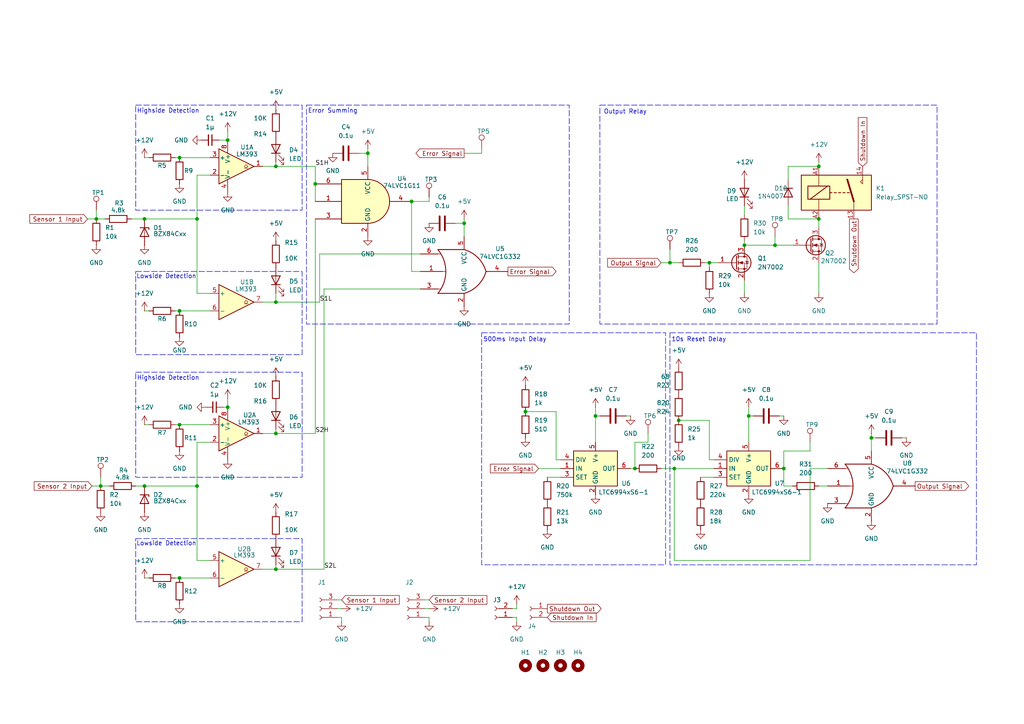
<source format=kicad_sch>
(kicad_sch (version 20250114) (generator "eeschema") (generator_version "9.0")
  (paper "A4")
  (title_block (title "BSPD ") (rev "v1.1") (company "York Formula Student"))
  (lib_symbols
    (symbol "!LJC:L78M"
      (property "Reference" "U" (at 4.318 9.652 0))
      (property "Value" "L78M05CDT" (at 5.334 7.366 0))
      (symbol "L78M_1_1"
        (pin power_in line (at -2.54 3.81 0) (length 2.54) (name "VI") (number "1"))
        (pin power_in line (at 5.08 -3.81 90) (length 2.54) (name "GND") (number "2"))
        (pin power_out line (at 12.7 3.81 180) (length 2.54) (name "VO") (number "3"))
      )
    )
    (symbol "74xGxx:74LVC1G11"
      (property "Reference" "U" (at -5.08 10.16 0))
      (property "Value" "74LVC1G11" (at 7.62 -10.16 0))
      (symbol "74LVC1G11_1_1"
        (pin input line (at -15.24 5.08 0) (length 7.62) (name "~") (number "6"))
        (pin input line (at -15.24 0 0) (length 7.62) (name "~") (number "1"))
        (pin input line (at -15.24 -5.08 0) (length 7.62) (name "~") (number "3"))
        (pin power_in line (at 0 10.16 270) (length 3.81) (name "VCC") (number "5"))
        (pin power_in line (at 0 -10.16 90) (length 3.81) (name "GND") (number "2"))
        (pin output line (at 12.7 0 180) (length 6.35) (name "~") (number "4"))
      )
    )
    (symbol "74xGxx:74LVC1G332"
      (property "Reference" "U" (at -7.112 7.366 0))
      (property "Value" "74LVC1G332" (at 6.096 -7.62 0))
      (symbol "74LVC1G332_1_1"
        (pin input line (at -12.7 5.08 0) (length 5.08) (name "~") (number "6"))
        (pin input line (at -12.7 0 0) (length 6.35) (name "~") (number "1"))
        (pin input line (at -12.7 -5.08 0) (length 5.08) (name "~") (number "3"))
        (pin power_in line (at 0 10.16 270) (length 3.81) (name "VCC") (number "5"))
        (pin power_in line (at 0 -10.16 90) (length 3.81) (name "GND") (number "2"))
        (pin output line (at 12.7 0 180) (length 6.35) (name "~") (number "4"))
      )
    )
    (symbol "Comparator:LM393" (pin_names (offset 0.127))
      (property "Reference" "U" (at 3.81 3.81 0))
      (property "Value" "LM393" (at 6.35 -3.81 0))
      (symbol "LM393_1_1"
        (pin input line (at -7.62 2.54 0) (length 2.54) (name "+") (number "3"))
        (pin input line (at -7.62 -2.54 0) (length 2.54) (name "-") (number "2"))
        (pin open_collector line (at 7.62 0 180) (length 2.54) (name "~") (number "1"))
      )
      (symbol "LM393_2_1"
        (pin input line (at -7.62 2.54 0) (length 2.54) (name "+") (number "5"))
        (pin input line (at -7.62 -2.54 0) (length 2.54) (name "-") (number "6"))
        (pin open_collector line (at 7.62 0 180) (length 2.54) (name "~") (number "7"))
      )
      (symbol "LM393_3_1"
        (pin power_in line (at -2.54 7.62 270) (length 3.81) (name "V+") (number "8"))
        (pin power_in line (at -2.54 -7.62 90) (length 3.81) (name "V-") (number "4"))
      )
    )
    (symbol "Connector:Conn_01x02_Socket" (pin_names (offset 1.016) (hide yes))
      (property "Reference" "J" (at 0 2.54 0))
      (property "Value" "Conn_01x02_Socket" (at 0 -5.08 0))
      (symbol "Conn_01x02_Socket_1_1"
        (pin passive line (at -5.08 0 0) (length 3.81) (name "Pin_1") (number "1"))
        (pin passive line (at -5.08 -2.54 0) (length 3.81) (name "Pin_2") (number "2"))
      )
    )
    (symbol "Connector:Conn_01x03_Socket" (pin_names (offset 1.016) (hide yes))
      (property "Reference" "J" (at 0 5.08 0))
      (property "Value" "Conn_01x03_Socket" (at 0 -5.08 0))
      (symbol "Conn_01x03_Socket_1_1"
        (pin passive line (at -5.08 2.54 0) (length 3.81) (name "Pin_1") (number "1"))
        (pin passive line (at -5.08 0 0) (length 3.81) (name "Pin_2") (number "2"))
        (pin passive line (at -5.08 -2.54 0) (length 3.81) (name "Pin_3") (number "3"))
      )
    )
    (symbol "Connector:TestPoint" (pin_numbers (hide yes)) (pin_names (offset 0.762) (hide yes))
      (property "Reference" "TP" (at 0 6.858 0))
      (property "Value" "TestPoint" (at 0 5.08 0))
      (symbol "TestPoint_1_1"
        (pin passive line (at 0 0 90) (length 2.54) (name "1") (number "1"))
      )
    )
    (symbol "Device:C" (pin_numbers (hide yes)) (pin_names (offset 0.254))
      (property "Reference" "C" (at 0.635 2.54 0))
      (property "Value" "C" (at 0.635 -2.54 0))
      (symbol "C_1_1"
        (pin passive line (at 0 3.81 270) (length 2.794) (name "~") (number "1"))
        (pin passive line (at 0 -3.81 90) (length 2.794) (name "~") (number "2"))
      )
    )
    (symbol "Device:C_Polarized_Small" (pin_numbers (hide yes)) (pin_names (offset 0.254) (hide yes))
      (property "Reference" "C" (at 0.254 1.778 0))
      (property "Value" "C_Polarized_Small" (at 0.254 -2.032 0))
      (symbol "C_Polarized_Small_1_1"
        (pin passive line (at 0 2.54 270) (length 1.8542) (name "~") (number "1"))
        (pin passive line (at 0 -2.54 90) (length 1.8542) (name "~") (number "2"))
      )
    )
    (symbol "Device:C_Small" (pin_numbers (hide yes)) (pin_names (offset 0.254) (hide yes))
      (property "Reference" "C" (at 0.254 1.778 0))
      (property "Value" "C_Small" (at 0.254 -2.032 0))
      (symbol "C_Small_1_1"
        (pin passive line (at 0 2.54 270) (length 2.032) (name "~") (number "1"))
        (pin passive line (at 0 -2.54 90) (length 2.032) (name "~") (number "2"))
      )
    )
    (symbol "Device:LED" (pin_numbers (hide yes)) (pin_names (offset 1.016) (hide yes))
      (property "Reference" "D" (at 0 2.54 0))
      (property "Value" "LED" (at 0 -2.54 0))
      (symbol "LED_1_1"
        (pin passive line (at -3.81 0 0) (length 2.54) (name "K") (number "1"))
        (pin passive line (at 3.81 0 180) (length 2.54) (name "A") (number "2"))
      )
    )
    (symbol "Device:LED_Small" (pin_numbers (hide yes)) (pin_names (offset 0.254) (hide yes))
      (property "Reference" "D" (at -1.27 3.175 0))
      (property "Value" "LED_Small" (at -4.445 -2.54 0))
      (symbol "LED_Small_1_1"
        (pin passive line (at -2.54 0 0) (length 1.778) (name "K") (number "1"))
        (pin passive line (at 2.54 0 180) (length 1.778) (name "A") (number "2"))
      )
    )
    (symbol "Device:Polyfuse" (pin_numbers (hide yes)) (pin_names (offset 0))
      (property "Reference" "F" (at -2.54 0 90))
      (property "Value" "Polyfuse" (at 2.54 0 90))
      (symbol "Polyfuse_1_1"
        (pin passive line (at 0 3.81 270) (length 1.27) (name "~") (number "1"))
        (pin passive line (at 0 -3.81 90) (length 1.27) (name "~") (number "2"))
      )
    )
    (symbol "Device:R" (pin_numbers (hide yes)) (pin_names (offset 0))
      (property "Reference" "R" (at 2.032 0 90))
      (property "Value" "R" (at 0 0 90))
      (symbol "R_1_1"
        (pin passive line (at 0 3.81 270) (length 1.27) (name "~") (number "1"))
        (pin passive line (at 0 -3.81 90) (length 1.27) (name "~") (number "2"))
      )
    )
    (symbol "Device:R_Small" (pin_numbers (hide yes)) (pin_names (offset 0.254) (hide yes))
      (property "Reference" "R" (at 0.762 0.508 0))
      (property "Value" "R_Small" (at 0.762 -1.016 0))
      (symbol "R_Small_1_1"
        (pin passive line (at 0 2.54 270) (length 0.762) (name "~") (number "1"))
        (pin passive line (at 0 -2.54 90) (length 0.762) (name "~") (number "2"))
      )
    )
    (symbol "Diode:1N4007" (pin_numbers (hide yes)) (pin_names (hide yes))
      (property "Reference" "D" (at 0 2.54 0))
      (property "Value" "1N4007" (at 0 -2.54 0))
      (symbol "1N4007_1_1"
        (pin passive line (at -3.81 0 0) (length 2.54) (name "K") (number "1"))
        (pin passive line (at 3.81 0 180) (length 2.54) (name "A") (number "2"))
      )
    )
    (symbol "Diode:BZX84Cxx" (pin_numbers (hide yes)) (pin_names (hide yes))
      (property "Reference" "D" (at 0 3.81 0))
      (property "Value" "BZX84Cxx" (at 0 -3.81 0))
      (symbol "BZX84Cxx_1_1"
        (pin passive line (at -3.81 0 0) (length 2.54) (name "K") (number "3"))
        (pin no_connect line (at 1.27 0 180) (length 2.54) (hide yes) (name "NC") (number "2"))
        (pin passive line (at 3.81 0 180) (length 2.54) (name "A") (number "1"))
      )
    )
    (symbol "Diode:SS34" (pin_numbers (hide yes)) (pin_names (offset 1.016) (hide yes))
      (property "Reference" "D" (at 0 2.54 0))
      (property "Value" "SS34" (at 0 -2.54 0))
      (symbol "SS34_1_1"
        (pin passive line (at -3.81 0 0) (length 2.54) (name "K") (number "1"))
        (pin passive line (at 3.81 0 180) (length 2.54) (name "A") (number "2"))
      )
    )
    (symbol "Mechanical:MountingHole" (pin_names (offset 1.016)) (exclude_from_sim yes) (in_bom no)
      (property "Reference" "H" (at 0 5.08 0))
      (property "Value" "MountingHole" (at 0 3.175 0))
    )
    (symbol "Relay:Relay_SPST-NO"
      (property "Reference" "K" (at 11.43 3.81 0))
      (property "Value" "Relay_SPST-NO" (at 11.43 1.27 0))
      (symbol "Relay_SPST-NO_1_1"
        (pin passive line (at -5.08 7.62 270) (length 2.54) (name "~") (number "A1"))
        (pin passive line (at -5.08 -7.62 90) (length 2.54) (name "~") (number "A2"))
        (pin passive line (at 5.08 -7.62 90) (length 2.54) (name "~") (number "13"))
        (pin passive line (at 7.62 7.62 270) (length 2.54) (name "~") (number "14"))
      )
    )
    (symbol "Timer:LTC6994xS6-1"
      (property "Reference" "U" (at -6.35 6.35 0))
      (property "Value" "LTC6994xS6-1" (at 7.62 6.35 0))
      (symbol "LTC6994xS6-1_1_1"
        (pin input line (at -10.16 2.54 0) (length 3.81) (name "DIV") (number "4"))
        (pin input line (at -10.16 0 0) (length 3.81) (name "IN") (number "1"))
        (pin passive line (at -10.16 -2.54 0) (length 3.81) (name "SET") (number "3"))
        (pin power_in line (at 0 7.62 270) (length 2.54) (name "V+") (number "5"))
        (pin power_in line (at 0 -7.62 90) (length 2.54) (name "GND") (number "2"))
        (pin output line (at 10.16 0 180) (length 3.81) (name "OUT") (number "6"))
      )
    )
    (symbol "Transistor_FET:2N7002" (pin_names (hide yes))
      (property "Reference" "Q" (at 5.08 1.905 0))
      (property "Value" "2N7002" (at 5.08 0 0))
      (symbol "2N7002_1_1"
        (pin input line (at -5.08 0 0) (length 2.54) (name "G") (number "1"))
        (pin passive line (at 2.54 5.08 270) (length 2.54) (name "D") (number "3"))
        (pin passive line (at 2.54 -5.08 90) (length 2.54) (name "S") (number "2"))
      )
    )
    (symbol "power:+12V" (power) (pin_numbers (hide yes)) (pin_names (offset 0) (hide yes))
      (property "Value" "+12V" (at 0 3.556 0))
      (symbol "+12V_1_1"
        (pin power_in line (at 0 0 90) (length 0) (name "~") (number "1"))
      )
    )
    (symbol "power:+5V" (power) (pin_numbers (hide yes)) (pin_names (offset 0) (hide yes))
      (property "Value" "+5V" (at 0 3.556 0))
      (symbol "+5V_1_1"
        (pin power_in line (at 0 0 90) (length 0) (name "~") (number "1"))
      )
    )
    (symbol "power:GND" (power) (pin_numbers (hide yes)) (pin_names (offset 0) (hide yes))
      (property "Value" "GND" (at 0 -3.81 0))
      (symbol "GND_1_1"
        (pin power_in line (at 0 0 270) (length 0) (name "~") (number "1"))
      )
    )
    (symbol "power:PWR_FLAG" (power) (pin_numbers (hide yes)) (pin_names (offset 0) (hide yes))
      (property "Value" "PWR_FLAG" (at 0 3.81 0))
      (symbol "PWR_FLAG_0_0"
        (pin power_out line (at 0 0 90) (length 0) (name "~") (number "1"))
      )
    )
  )
  (rectangle (start 194.31 96.52) (end 283.21 163.83) (stroke (width 0) (type dash)))
  (rectangle (start 173.99 30.48) (end 271.78 93.98) (stroke (width 0) (type dash)))
  (rectangle (start 39.37 78.74) (end 87.63 102.87) (stroke (width 0) (type dash)))
  (rectangle (start 88.9 30.48) (end 165.1 93.98) (stroke (width 0) (type dash)))
  (rectangle (start 53.086 219.71) (end 129.54 257.81))
  (rectangle (start 39.37 107.95) (end 87.63 138.43) (stroke (width 0) (type dash)))
  (rectangle (start 139.7 96.52) (end 193.04 163.83) (stroke (width 0) (type dash)))
  (rectangle (start 39.37 30.48) (end 87.63 60.96) (stroke (width 0) (type dash)))
  (rectangle (start 39.37 156.21) (end 87.63 180.34) (stroke (width 0) (type dash)))
  (text "Highside Detection" (at 48.768 32.258 0) (effects (font (size 1.27 1.27))))
  (text "500ms Input Delay" (at 149.352 98.552 0) (effects (font (size 1.27 1.27))))
  (text "Error Summing" (at 96.52 32.258 0) (effects (font (size 1.27 1.27))))
  (text "Power Supply" (at 62.738 217.678 0) (effects (font (size 2 2))))
  (text "Lowside Detection" (at 48.26 80.264 0) (effects (font (size 1.27 1.27))))
  (text "Lowside Detection" (at 48.26 157.734 0) (effects (font (size 1.27 1.27))))
  (text "Highside Detection" (at 48.768 109.728 0) (effects (font (size 1.27 1.27))))
  (text "10s Reset Delay" (at 202.692 98.552 0) (effects (font (size 1.27 1.27))))
  (text "Output Relay" (at 181.356 32.512 0) (effects (font (size 1.27 1.27))))
  (junction (at 80.01 125.73))
  (junction (at 52.07 167.64))
  (junction (at 66.04 118.11))
  (junction (at 172.72 120.65))
  (junction (at 196.85 121.92))
  (junction (at 194.31 76.2))
  (junction (at 80.01 48.26))
  (junction (at 80.01 165.1))
  (junction (at 52.07 90.17))
  (junction (at 237.49 63.5))
  (junction (at 205.74 76.2))
  (junction (at 52.07 123.19))
  (junction (at 52.07 45.72))
  (junction (at 29.21 140.97))
  (junction (at 237.49 48.26))
  (junction (at 134.62 64.77))
  (junction (at 80.01 87.63))
  (junction (at 120.65 233.68))
  (junction (at 152.4 119.38))
  (junction (at 215.9 71.12))
  (junction (at 41.91 63.5))
  (junction (at 224.79 71.12))
  (junction (at 62.23 233.68))
  (junction (at 27.94 63.5))
  (junction (at 57.15 63.5))
  (junction (at 184.15 135.89))
  (junction (at 119.38 58.42))
  (junction (at 252.73 127))
  (junction (at 57.15 140.97))
  (junction (at 66.04 40.64))
  (junction (at 217.17 120.65))
  (junction (at 92.71 233.68))
  (junction (at 41.91 140.97))
  (junction (at 91.44 53.34))
  (junction (at 106.68 44.45))
  (junction (at 195.58 135.89))
  (junction (at 227.33 135.89))
  (wire (pts (xy 162.56 133.35) (xy 161.29 133.35)))
  (wire (pts (xy 237.49 140.97) (xy 240.03 140.97)))
  (wire (pts (xy 41.91 123.19) (xy 43.18 123.19)))
  (wire (pts (xy 240.03 135.89) (xy 234.95 135.89)))
  (wire (pts (xy 57.15 128.27) (xy 60.96 128.27)))
  (wire (pts (xy 148.59 179.07) (xy 149.86 179.07)))
  (wire (pts (xy 215.9 71.12) (xy 224.79 71.12)))
  (wire (pts (xy 92.71 242.57) (xy 92.71 245.11)))
  (wire (pts (xy 99.06 176.53) (xy 97.79 176.53)))
  (wire (pts (xy 39.37 140.97) (xy 41.91 140.97)))
  (wire (pts (xy 27.94 63.5) (xy 30.48 63.5)))
  (wire (pts (xy 191.77 135.89) (xy 195.58 135.89)))
  (wire (pts (xy 80.01 85.09) (xy 80.01 87.63)))
  (wire (pts (xy 80.01 165.1) (xy 93.98 165.1)))
  (wire (pts (xy 156.21 135.89) (xy 162.56 135.89)))
  (wire (pts (xy 62.23 233.68) (xy 66.04 233.68)))
  (wire (pts (xy 119.38 78.74) (xy 121.92 78.74)))
  (wire (pts (xy 119.38 58.42) (xy 119.38 78.74)))
  (wire (pts (xy 41.91 140.97) (xy 57.15 140.97)))
  (wire (pts (xy 99.06 179.07) (xy 99.06 180.34)))
  (wire (pts (xy 172.72 120.65) (xy 172.72 128.27)))
  (wire (pts (xy 52.07 123.19) (xy 60.96 123.19)))
  (wire (pts (xy 41.91 167.64) (xy 43.18 167.64)))
  (wire (pts (xy 63.5 40.64) (xy 66.04 40.64)))
  (wire (pts (xy 106.68 43.18) (xy 106.68 44.45)))
  (wire (pts (xy 120.65 233.68) (xy 125.73 233.68)))
  (wire (pts (xy 25.4 63.5) (xy 27.94 63.5)))
  (wire (pts (xy 139.7 44.45) (xy 139.7 43.18)))
  (wire (pts (xy 152.4 119.38) (xy 161.29 119.38)))
  (wire (pts (xy 252.73 127) (xy 252.73 130.81)))
  (wire (pts (xy 57.15 85.09) (xy 60.96 85.09)))
  (wire (pts (xy 80.01 87.63) (xy 92.71 87.63)))
  (wire (pts (xy 234.95 128.27) (xy 234.95 130.81)))
  (wire (pts (xy 196.85 76.2) (xy 194.31 76.2)))
  (wire (pts (xy 234.95 130.81) (xy 227.33 130.81)))
  (wire (pts (xy 217.17 120.65) (xy 217.17 128.27)))
  (wire (pts (xy 227.33 130.81) (xy 227.33 135.89)))
  (wire (pts (xy 182.88 135.89) (xy 184.15 135.89)))
  (wire (pts (xy 62.23 241.3) (xy 62.23 240.03)))
  (wire (pts (xy 234.95 162.56) (xy 195.58 162.56)))
  (wire (pts (xy 120.65 242.57) (xy 120.65 245.11)))
  (wire (pts (xy 161.29 133.35) (xy 161.29 119.38)))
  (wire (pts (xy 93.98 83.82) (xy 121.92 83.82)))
  (wire (pts (xy 195.58 135.89) (xy 207.01 135.89)))
  (wire (pts (xy 93.98 83.82) (xy 93.98 165.1)))
  (wire (pts (xy 218.44 120.65) (xy 217.17 120.65)))
  (wire (pts (xy 158.75 138.43) (xy 162.56 138.43)))
  (wire (pts (xy 57.15 140.97) (xy 57.15 162.56)))
  (wire (pts (xy 124.46 176.53) (xy 123.19 176.53)))
  (wire (pts (xy 148.59 176.53) (xy 149.86 176.53)))
  (wire (pts (xy 195.58 162.56) (xy 195.58 135.89)))
  (wire (pts (xy 62.23 247.65) (xy 62.23 246.38)))
  (wire (pts (xy 205.74 133.35) (xy 207.01 133.35)))
  (wire (pts (xy 184.15 128.27) (xy 184.15 135.89)))
  (wire (pts (xy 52.07 167.64) (xy 60.96 167.64)))
  (wire (pts (xy 50.8 123.19) (xy 52.07 123.19)))
  (wire (pts (xy 57.15 162.56) (xy 60.96 162.56)))
  (wire (pts (xy 228.6 48.26) (xy 228.6 52.07)))
  (wire (pts (xy 106.68 241.3) (xy 106.68 243.84)))
  (wire (pts (xy 57.15 50.8) (xy 57.15 63.5)))
  (wire (pts (xy 194.31 76.2) (xy 191.77 76.2)))
  (wire (pts (xy 92.71 73.66) (xy 92.71 87.63)))
  (wire (pts (xy 80.01 48.26) (xy 91.44 48.26)))
  (wire (pts (xy 123.19 173.99) (xy 124.46 173.99)))
  (wire (pts (xy 196.85 121.92) (xy 205.74 121.92)))
  (wire (pts (xy 252.73 127) (xy 254 127)))
  (wire (pts (xy 62.23 234.95) (xy 62.23 233.68)))
  (wire (pts (xy 41.91 90.17) (xy 43.18 90.17)))
  (wire (pts (xy 261.62 127) (xy 262.89 127)))
  (wire (pts (xy 187.96 128.27) (xy 184.15 128.27)))
  (wire (pts (xy 134.62 44.45) (xy 139.7 44.45)))
  (wire (pts (xy 173.99 120.65) (xy 172.72 120.65)))
  (wire (pts (xy 237.49 46.99) (xy 237.49 48.26)))
  (wire (pts (xy 106.68 44.45) (xy 106.68 48.26)))
  (wire (pts (xy 124.46 57.15) (xy 124.46 58.42)))
  (wire (pts (xy 104.14 44.45) (xy 106.68 44.45)))
  (wire (pts (xy 205.74 76.2) (xy 208.28 76.2)))
  (wire (pts (xy 228.6 59.69) (xy 228.6 63.5)))
  (wire (pts (xy 228.6 48.26) (xy 237.49 48.26)))
  (wire (pts (xy 76.2 87.63) (xy 80.01 87.63)))
  (wire (pts (xy 80.01 124.46) (xy 80.01 125.73)))
  (wire (pts (xy 194.31 72.39) (xy 194.31 76.2)))
  (wire (pts (xy 234.95 135.89) (xy 234.95 162.56)))
  (wire (pts (xy 57.15 63.5) (xy 57.15 85.09)))
  (wire (pts (xy 76.2 165.1) (xy 80.01 165.1)))
  (wire (pts (xy 215.9 59.69) (xy 215.9 62.23)))
  (wire (pts (xy 27.94 60.96) (xy 27.94 63.5)))
  (wire (pts (xy 97.79 173.99) (xy 99.06 173.99)))
  (wire (pts (xy 29.21 140.97) (xy 31.75 140.97)))
  (wire (pts (xy 114.3 233.68) (xy 120.65 233.68)))
  (wire (pts (xy 50.8 90.17) (xy 52.07 90.17)))
  (wire (pts (xy 224.79 71.12) (xy 229.87 71.12)))
  (wire (pts (xy 38.1 63.5) (xy 41.91 63.5)))
  (wire (pts (xy 120.65 231.14) (xy 120.65 233.68)))
  (wire (pts (xy 252.73 125.73) (xy 252.73 127)))
  (wire (pts (xy 205.74 133.35) (xy 205.74 121.92)))
  (wire (pts (xy 26.67 140.97) (xy 29.21 140.97)))
  (wire (pts (xy 57.15 128.27) (xy 57.15 140.97)))
  (wire (pts (xy 73.66 233.68) (xy 80.01 233.68)))
  (wire (pts (xy 124.46 58.42) (xy 119.38 58.42)))
  (wire (pts (xy 76.2 125.73) (xy 80.01 125.73)))
  (wire (pts (xy 91.44 53.34) (xy 91.44 58.42)))
  (wire (pts (xy 97.79 179.07) (xy 99.06 179.07)))
  (wire (pts (xy 66.04 115.57) (xy 66.04 118.11)))
  (wire (pts (xy 224.79 68.58) (xy 224.79 71.12)))
  (wire (pts (xy 237.49 63.5) (xy 237.49 66.04)))
  (wire (pts (xy 52.07 90.17) (xy 60.96 90.17)))
  (wire (pts (xy 172.72 118.11) (xy 172.72 120.65)))
  (wire (pts (xy 62.23 231.14) (xy 62.23 233.68)))
  (wire (pts (xy 80.01 163.83) (xy 80.01 165.1)))
  (wire (pts (xy 226.06 120.65) (xy 227.33 120.65)))
  (wire (pts (xy 41.91 63.5) (xy 57.15 63.5)))
  (wire (pts (xy 205.74 77.47) (xy 205.74 76.2)))
  (wire (pts (xy 92.71 233.68) (xy 92.71 237.49)))
  (wire (pts (xy 132.08 64.77) (xy 134.62 64.77)))
  (wire (pts (xy 52.07 45.72) (xy 60.96 45.72)))
  (wire (pts (xy 187.96 125.73) (xy 187.96 128.27)))
  (wire (pts (xy 227.33 140.97) (xy 227.33 135.89)))
  (wire (pts (xy 124.46 179.07) (xy 124.46 180.34)))
  (wire (pts (xy 50.8 45.72) (xy 52.07 45.72)))
  (wire (pts (xy 41.91 45.72) (xy 43.18 45.72)))
  (wire (pts (xy 50.8 167.64) (xy 52.07 167.64)))
  (wire (pts (xy 66.04 38.1) (xy 66.04 40.64)))
  (wire (pts (xy 149.86 176.53) (xy 149.86 175.26)))
  (wire (pts (xy 121.92 73.66) (xy 92.71 73.66)))
  (wire (pts (xy 228.6 63.5) (xy 237.49 63.5)))
  (wire (pts (xy 80.01 46.99) (xy 80.01 48.26)))
  (wire (pts (xy 181.61 120.65) (xy 182.88 120.65)))
  (wire (pts (xy 29.21 138.43) (xy 29.21 140.97)))
  (wire (pts (xy 237.49 85.09) (xy 237.49 76.2)))
  (wire (pts (xy 120.65 237.49) (xy 120.65 233.68)))
  (wire (pts (xy 203.2 138.43) (xy 207.01 138.43)))
  (wire (pts (xy 215.9 69.85) (xy 215.9 71.12)))
  (wire (pts (xy 204.47 76.2) (xy 205.74 76.2)))
  (wire (pts (xy 92.71 231.14) (xy 92.71 233.68)))
  (wire (pts (xy 91.44 48.26) (xy 91.44 53.34)))
  (wire (pts (xy 217.17 118.11) (xy 217.17 120.65)))
  (wire (pts (xy 123.19 179.07) (xy 124.46 179.07)))
  (wire (pts (xy 215.9 85.09) (xy 215.9 81.28)))
  (wire (pts (xy 76.2 48.26) (xy 80.01 48.26)))
  (wire (pts (xy 92.71 233.68) (xy 99.06 233.68)))
  (wire (pts (xy 91.44 125.73) (xy 91.44 63.5)))
  (wire (pts (xy 80.01 125.73) (xy 91.44 125.73)))
  (wire (pts (xy 64.77 118.11) (xy 66.04 118.11)))
  (wire (pts (xy 57.15 50.8) (xy 60.96 50.8)))
  (wire (pts (xy 227.33 140.97) (xy 229.87 140.97)))
  (wire (pts (xy 87.63 233.68) (xy 92.71 233.68)))
  (wire (pts (xy 134.62 63.5) (xy 134.62 64.77)))
  (wire (pts (xy 134.62 64.77) (xy 134.62 68.58)))
  (wire (pts (xy 149.86 179.07) (xy 149.86 180.34)))
  (label "S2H" (at 91.44 125.73 0))
  (label "S1L" (at 92.71 87.63 0))
  (label "S1H" (at 91.44 48.26 0))
  (label "S2L" (at 93.98 165.1 0))
  (global_label "Error Signal" (shape output) (at 134.62 44.45 180) (property "Intersheetrefs" "${INTERSHEET_REFS}" (effects (hide yes))))
  (global_label "Shutdown Out" (shape output) (at 247.65 63.5 270) (property "Intersheetrefs" "${INTERSHEET_REFS}" (effects (hide yes))))
  (global_label "Sensor 2 Input" (shape input) (at 124.46 173.99 0) (property "Intersheetrefs" "${INTERSHEET_REFS}" (effects (hide yes))))
  (global_label "Error Signal" (shape output) (at 147.32 78.74 0) (property "Intersheetrefs" "${INTERSHEET_REFS}" (effects (hide yes))))
  (global_label "Sensor 1 Input" (shape input) (at 25.4 63.5 180) (property "Intersheetrefs" "${INTERSHEET_REFS}" (effects (hide yes))))
  (global_label "Output Signal" (shape output) (at 265.43 140.97 0) (property "Intersheetrefs" "${INTERSHEET_REFS}" (effects (hide yes))))
  (global_label "Shutdown In" (shape input) (at 250.19 48.26 90) (property "Intersheetrefs" "${INTERSHEET_REFS}" (effects (hide yes))))
  (global_label "Error Signal" (shape input) (at 156.21 135.89 180) (property "Intersheetrefs" "${INTERSHEET_REFS}" (effects (hide yes))))
  (global_label "Shutdown Out" (shape output) (at 158.75 176.53 0) (property "Intersheetrefs" "${INTERSHEET_REFS}" (effects (hide yes))))
  (global_label "Output Signal" (shape input) (at 191.77 76.2 180) (property "Intersheetrefs" "${INTERSHEET_REFS}" (effects (hide yes))))
  (global_label "Sensor 2 Input" (shape input) (at 26.67 140.97 180) (property "Intersheetrefs" "${INTERSHEET_REFS}" (effects (hide yes))))
  (global_label "Sensor 1 Input" (shape input) (at 99.06 173.99 0) (property "Intersheetrefs" "${INTERSHEET_REFS}" (effects (hide yes))))
  (global_label "Shutdown In" (shape input) (at 158.75 179.07 0) (property "Intersheetrefs" "${INTERSHEET_REFS}" (effects (hide yes))))
  (symbol (lib_id "Transistor_FET:2N7002") (at 213.36 76.2 0) (unit 1)
    (property "Reference" "Q1" (at 219.71 74.9299 0) (effects (justify left)))
    (property "Value" "2N7002" (at 219.71 77.4699 0) (effects (justify left)))
    (property "Footprint" "Package_TO_SOT_SMD:SOT-23" (effects (hide yes)))
    (property "Datasheet" "https://www.onsemi.com/pub/Collateral/NDS7002A-D.PDF" (effects (hide yes)))
    (property "Description" "0.115A Id, 60V Vds, N-Channel MOSFET, SOT-23" (effects (hide yes)))
  )
  (symbol (lib_id "Device:R") (at 52.07 93.98 0) (unit 1)
    (property "Reference" "R10" (at 53.34 93.98 0) (effects (justify left)))
    (property "Value" "62k" (effects (hide yes)))
    (property "Footprint" "Resistor_SMD:R_0603_1608Metric" (effects (hide yes)))
    (property "Description" "Resistor" (effects (hide yes)))
  )
  (symbol (lib_id "Device:R") (at 46.99 167.64 90) (unit 1)
    (property "Reference" "R8" (at 46.99 169.926 90))
    (property "Value" "39K" (effects (hide yes)))
    (property "Footprint" "Resistor_SMD:R_0603_1608Metric" (effects (hide yes)))
    (property "Description" "Resistor" (effects (hide yes)))
  )
  (symbol (lib_id "Mechanical:MountingHole") (at 157.48 193.04 0) (unit 1) (exclude_from_sim yes) (in_bom no)
    (property "Reference" "H2" (at 157.48 189.23 0))
    (property "Value" "MountingHole" (effects (hide yes)))
    (property "Footprint" "MountingHole:MountingHole_3.2mm_M3_Pad_Via" (effects (hide yes)))
    (property "Description" "Mounting Hole without connection" (effects (hide yes)))
  )
  (symbol (lib_id "Device:R") (at 34.29 63.5 90) (unit 1)
    (property "Reference" "R3" (at 34.544 58.928 90))
    (property "Value" "4.8k" (at 34.29 60.96 90))
    (property "Footprint" "Resistor_SMD:R_0603_1608Metric" (effects (hide yes)))
    (property "Description" "Resistor" (effects (hide yes)))
  )
  (symbol (lib_id "Connector:TestPoint") (at 234.95 128.27 0) (unit 1)
    (property "Reference" "TP9" (at 233.68 123.19 0) (effects (justify left)))
    (property "Value" "TestPoint" (effects (hide yes)))
    (property "Footprint" "TestPoint:TestPoint_Keystone_5000-5004_Miniature" (effects (hide yes)))
    (property "Description" "test point" (effects (hide yes)))
  )
  (symbol (lib_id "power:+5V") (at 80.01 109.22 0) (unit 1)
    (property "Reference" "#PWR023" (effects (hide yes)))
    (property "Value" "+5V" (at 80.01 104.14 0))
    (property "Description" "Power symbol creates a global label with name \"+5V\"" (effects (hide yes)))
  )
  (symbol (lib_id "power:+5V") (at 106.68 43.18 0) (unit 1)
    (property "Reference" "#PWR029" (effects (hide yes)))
    (property "Value" "+5V" (at 106.68 38.1 0))
    (property "Description" "Power symbol creates a global label with name \"+5V\"" (effects (hide yes)))
  )
  (symbol (lib_id "power:+12V") (at 41.91 167.64 0) (unit 1)
    (property "Reference" "#PWR08" (effects (hide yes)))
    (property "Value" "+12V" (at 41.91 162.56 0))
    (property "Description" "Power symbol creates a global label with name \"+12V\"" (effects (hide yes)))
  )
  (symbol (lib_id "Device:LED") (at 80.01 43.18 90) (unit 1)
    (property "Reference" "D4" (at 83.82 43.4974 90) (effects (justify right)))
    (property "Value" "LED" (at 83.82 46.0374 90) (effects (justify right)))
    (property "Footprint" "LED_SMD:LED_0603_1608Metric" (effects (hide yes)))
    (property "Description" "Light emitting diode" (effects (hide yes)))
  )
  (symbol (lib_id "Diode:SS34") (at 83.82 233.68 0) (mirror y) (unit 1)
    (property "Reference" "D8" (at 84.1375 227.33 0))
    (property "Value" "SS34" (at 84.1375 229.87 0))
    (property "Footprint" "Diode_SMD:D_SMA" (effects (hide yes)))
    (property "Datasheet" "https://www.vishay.com/docs/88751/ss32.pdf" (effects (hide yes)))
    (property "Description" "40V 3A Schottky Diode, SMA" (effects (hide yes)))
  )
  (symbol (lib_id "power:GND") (at 41.91 71.12 0) (unit 1)
    (property "Reference" "#PWR04" (effects (hide yes)))
    (property "Value" "GND" (at 41.91 76.2 0))
    (property "Description" "Power symbol creates a global label with name \"GND\" , ground" (effects (hide yes)))
  )
  (symbol (lib_id "Device:C_Small") (at 60.96 40.64 270) (unit 1)
    (property "Reference" "C1" (at 60.9536 34.29 90))
    (property "Value" "1µ" (at 60.9536 36.83 90))
    (property "Footprint" "Capacitor_SMD:C_0603_1608Metric" (effects (hide yes)))
    (property "Description" "Unpolarized capacitor, small symbol" (effects (hide yes)))
  )
  (symbol (lib_id "power:+12V") (at 124.46 176.53 270) (unit 1)
    (property "Reference" "#PWR035" (effects (hide yes)))
    (property "Value" "+12V" (at 128.27 176.5299 90) (effects (justify left)))
    (property "Description" "Power symbol creates a global label with name \"+12V\"" (effects (hide yes)))
  )
  (symbol (lib_id "power:GND") (at 149.86 180.34 0) (unit 1)
    (property "Reference" "#PWR040" (effects (hide yes)))
    (property "Value" "GND" (at 149.86 185.42 0))
    (property "Description" "Power symbol creates a global label with name \"GND\" , ground" (effects (hide yes)))
  )
  (symbol (lib_id "Device:C_Small") (at 62.23 118.11 270) (unit 1)
    (property "Reference" "C2" (at 62.2236 111.76 90))
    (property "Value" "1µ" (at 62.2236 114.3 90))
    (property "Footprint" "Capacitor_SMD:C_0603_1608Metric" (effects (hide yes)))
    (property "Description" "Unpolarized capacitor, small symbol" (effects (hide yes)))
  )
  (symbol (lib_id "power:GND") (at 152.4 127 0) (unit 1)
    (property "Reference" "#PWR042" (effects (hide yes)))
    (property "Value" "GND" (at 152.4 132.08 0))
    (property "Description" "Power symbol creates a global label with name \"GND\" , ground" (effects (hide yes)))
  )
  (symbol (lib_id "power:+5V") (at 196.85 106.68 0) (unit 1)
    (property "Reference" "#PWR047" (effects (hide yes)))
    (property "Value" "+5V" (at 196.85 101.6 0))
    (property "Description" "Power symbol creates a global label with name \"+5V\"" (effects (hide yes)))
  )
  (symbol (lib_id "Device:R_Small") (at 62.23 243.84 0) (mirror y) (unit 1)
    (property "Reference" "R13" (at 64.77 242.5699 0) (effects (justify right)))
    (property "Value" "10k" (at 64.77 245.1099 0) (effects (justify right)))
    (property "Footprint" "Resistor_SMD:R_0603_1608Metric" (effects (hide yes)))
    (property "Description" "Resistor, small symbol" (effects (hide yes)))
  )
  (symbol (lib_id "Device:R") (at 203.2 149.86 0) (unit 1)
    (property "Reference" "R28" (at 205.74 148.5899 0) (effects (justify left)))
    (property "Value" "18k" (at 205.74 151.1299 0) (effects (justify left)))
    (property "Footprint" "Resistor_SMD:R_0603_1608Metric" (effects (hide yes)))
    (property "Description" "Resistor" (effects (hide yes)))
  )
  (symbol (lib_id "Device:R") (at 187.96 135.89 270) (unit 1)
    (property "Reference" "R22" (at 187.96 129.54 90))
    (property "Value" "200" (at 187.96 132.08 90))
    (property "Footprint" "Resistor_SMD:R_0603_1608Metric" (effects (hide yes)))
    (property "Description" "Resistor" (effects (hide yes)))
  )
  (symbol (lib_id "power:+5V") (at 252.73 125.73 0) (mirror y) (unit 1)
    (property "Reference" "#PWR059" (effects (hide yes)))
    (property "Value" "+5V" (at 252.73 120.65 0))
    (property "Description" "Power symbol creates a global label with name \"+5V\"" (effects (hide yes)))
  )
  (symbol (lib_id "power:GND") (at 196.85 129.54 0) (unit 1)
    (property "Reference" "#PWR048" (effects (hide yes)))
    (property "Value" "GND" (at 196.85 132.842 0))
    (property "Description" "Power symbol creates a global label with name \"GND\" , ground" (effects (hide yes)))
  )
  (symbol (lib_id "Comparator:LM393") (at 68.58 87.63 0) (unit 2)
    (property "Reference" "U1" (at 71.628 81.788 0))
    (property "Value" "LM393" (at 71.374 83.82 0))
    (property "Footprint" "Package_SO:SOIC-8_3.9x4.9mm_P1.27mm" (effects (hide yes)))
    (property "Datasheet" "http://www.ti.com/lit/ds/symlink/lm393.pdf" (effects (hide yes)))
    (property "Description" "Low-Power, Low-Offset Voltage, Dual Comparators, DIP-8/SOIC-8/TO-99-8" (effects (hide yes)))
  )
  (symbol (lib_id "power:+12V") (at 41.91 45.72 0) (unit 1)
    (property "Reference" "#PWR03" (effects (hide yes)))
    (property "Value" "+12V" (at 41.91 40.64 0))
    (property "Description" "Power symbol creates a global label with name \"+12V\"" (effects (hide yes)))
  )
  (symbol (lib_id "Device:R") (at 80.01 113.03 180) (unit 1)
    (property "Reference" "R16" (at 77.47 116.332 0) (effects (justify left)))
    (property "Value" "10K" (at 77.47 111.7601 0) (effects (justify left)))
    (property "Footprint" "Resistor_SMD:R_0603_1608Metric" (effects (hide yes)))
    (property "Description" "Resistor" (effects (hide yes)))
  )
  (symbol (lib_id "power:GND") (at 215.9 85.09 0) (unit 1)
    (property "Reference" "#PWR052" (effects (hide yes)))
    (property "Value" "GND" (at 215.9 90.17 0))
    (property "Description" "Power symbol creates a global label with name \"GND\" , ground" (effects (hide yes)))
  )
  (symbol (lib_id "Device:R") (at 46.99 45.72 90) (unit 1)
    (property "Reference" "R5" (at 46.99 48.006 90))
    (property "Value" "39K" (effects (hide yes)))
    (property "Footprint" "Resistor_SMD:R_0603_1608Metric" (effects (hide yes)))
    (property "Description" "Resistor" (effects (hide yes)))
  )
  (symbol (lib_id "Diode:BZX84Cxx") (at 41.91 144.78 270) (unit 1)
    (property "Reference" "D2" (at 44.45 143.5099 90) (effects (justify left)))
    (property "Value" "BZX84Cxx" (at 44.45 145.288 90) (effects (justify left)))
    (property "Footprint" "Package_TO_SOT_SMD:SOT-23" (effects (hide yes)))
    (property "Datasheet" "https://diotec.com/tl_files/diotec/files/pdf/datasheets/bzx84c2v4.pdf" (effects (hide yes)))
    (property "Description" "300mW Zener Diode, SOT-23" (effects (hide yes)))
  )
  (symbol (lib_id "power:GND") (at 262.89 127 0) (mirror y) (unit 1)
    (property "Reference" "#PWR061" (effects (hide yes)))
    (property "Value" "GND" (at 262.89 132.08 0))
    (property "Description" "Power symbol creates a global label with name \"GND\" , ground" (effects (hide yes)))
  )
  (symbol (lib_id "power:+12V") (at 41.91 123.19 0) (unit 1)
    (property "Reference" "#PWR06" (effects (hide yes)))
    (property "Value" "+12V" (at 41.91 118.11 0))
    (property "Description" "Power symbol creates a global label with name \"+12V\"" (effects (hide yes)))
  )
  (symbol (lib_id "Device:C_Small") (at 120.65 240.03 0) (unit 1)
    (property "Reference" "C5" (at 118.11 238.7662 0) (effects (justify right)))
    (property "Value" "1u" (at 118.11 241.3062 0) (effects (justify right)))
    (property "Footprint" "Capacitor_SMD:C_0603_1608Metric" (effects (hide yes)))
    (property "Description" "Unpolarized capacitor, small symbol" (effects (hide yes)))
  )
  (symbol (lib_id "power:GND") (at 124.46 64.77 0) (unit 1)
    (property "Reference" "#PWR034" (effects (hide yes)))
    (property "Value" "GND" (at 124.46 69.85 0))
    (property "Description" "Power symbol creates a global label with name \"GND\" , ground" (effects (hide yes)))
  )
  (symbol (lib_id "power:GND") (at 52.07 130.81 0) (unit 1)
    (property "Reference" "#PWR011" (effects (hide yes)))
    (property "Value" "GND" (at 52.07 135.89 0))
    (property "Description" "Power symbol creates a global label with name \"GND\" , ground" (effects (hide yes)))
  )
  (symbol (lib_id "power:+12V") (at 237.49 46.99 0) (unit 1)
    (property "Reference" "#PWR056" (effects (hide yes)))
    (property "Value" "+12V" (at 237.49 41.91 0))
    (property "Description" "Power symbol creates a global label with name \"+12V\"" (effects (hide yes)))
  )
  (symbol (lib_id "Device:R") (at 29.21 144.78 180) (unit 1)
    (property "Reference" "R2" (at 31.75 143.5099 0) (effects (justify right)))
    (property "Value" "10k" (at 31.75 146.0499 0) (effects (justify right)))
    (property "Footprint" "Resistor_SMD:R_0603_1608Metric" (effects (hide yes)))
    (property "Description" "Resistor" (effects (hide yes)))
  )
  (symbol (lib_id "power:GND") (at 134.62 88.9 0) (unit 1)
    (property "Reference" "#PWR038" (effects (hide yes)))
    (property "Value" "GND" (at 134.62 93.98 0))
    (property "Description" "Power symbol creates a global label with name \"GND\" , ground" (effects (hide yes)))
  )
  (symbol (lib_id "power:+5V") (at 80.01 69.85 0) (unit 1)
    (property "Reference" "#PWR022" (effects (hide yes)))
    (property "Value" "+5V" (at 80.01 64.77 0))
    (property "Description" "Power symbol creates a global label with name \"+5V\"" (effects (hide yes)))
  )
  (symbol (lib_id "power:+12V") (at 62.23 231.14 0) (unit 1)
    (property "Reference" "#PWR015" (effects (hide yes)))
    (property "Value" "+12V" (at 62.23 227.33 0))
    (property "Description" "Power symbol creates a global label with name \"+12V\"" (effects (hide yes)))
  )
  (symbol (lib_id "power:GND") (at 237.49 85.09 0) (unit 1)
    (property "Reference" "#PWR057" (effects (hide yes)))
    (property "Value" "GND" (at 237.49 90.17 0))
    (property "Description" "Power symbol creates a global label with name \"GND\" , ground" (effects (hide yes)))
  )
  (symbol (lib_id "power:GND") (at 96.52 44.45 0) (unit 1)
    (property "Reference" "#PWR026" (effects (hide yes)))
    (property "Value" "GND" (at 96.52 49.53 0))
    (property "Description" "Power symbol creates a global label with name \"GND\" , ground" (effects (hide yes)))
  )
  (symbol (lib_id "power:GND") (at 66.04 133.35 0) (unit 1)
    (property "Reference" "#PWR020" (effects (hide yes)))
    (property "Value" "GND" (at 66.04 138.43 0))
    (property "Description" "Power symbol creates a global label with name \"GND\" , ground" (effects (hide yes)))
  )
  (symbol (lib_id "Device:R") (at 52.07 171.45 0) (unit 1)
    (property "Reference" "R12" (at 53.34 171.45 0) (effects (justify left)))
    (property "Value" "62k" (effects (hide yes)))
    (property "Footprint" "Resistor_SMD:R_0603_1608Metric" (effects (hide yes)))
    (property "Description" "Resistor" (effects (hide yes)))
  )
  (symbol (lib_id "Device:R") (at 205.74 81.28 0) (unit 1)
    (property "Reference" "R29" (at 208.28 80.0099 0) (effects (justify left)))
    (property "Value" "10k" (at 208.28 82.5499 0) (effects (justify left)))
    (property "Footprint" "Resistor_SMD:R_0603_1608Metric" (effects (hide yes)))
    (property "Description" "Resistor" (effects (hide yes)))
  )
  (symbol (lib_id "Device:R") (at 196.85 118.11 180) (unit 1)
    (property "Reference" "R24" (at 194.31 119.3801 0) (effects (justify left)))
    (property "Value" "820" (at 194.31 116.8401 0) (effects (justify left)))
    (property "Footprint" "Resistor_SMD:R_0603_1608Metric" (effects (hide yes)))
    (property "Description" "Resistor" (effects (hide yes)))
  )
  (symbol (lib_id "power:+12V") (at 66.04 38.1 0) (unit 1)
    (property "Reference" "#PWR017" (effects (hide yes)))
    (property "Value" "+12V" (at 66.04 33.02 0))
    (property "Description" "Power symbol creates a global label with name \"+12V\"" (effects (hide yes)))
  )
  (symbol (lib_id "Connector:TestPoint") (at 29.21 138.43 0) (unit 1)
    (property "Reference" "TP2" (at 27.94 133.35 0) (effects (justify left)))
    (property "Value" "TestPoint" (effects (hide yes)))
    (property "Footprint" "TestPoint:TestPoint_Keystone_5000-5004_Miniature" (effects (hide yes)))
    (property "Description" "test point" (effects (hide yes)))
  )
  (symbol (lib_id "power:+12V") (at 99.06 176.53 270) (unit 1)
    (property "Reference" "#PWR027" (effects (hide yes)))
    (property "Value" "+12V" (at 102.87 176.5299 90) (effects (justify left)))
    (property "Description" "Power symbol creates a global label with name \"+12V\"" (effects (hide yes)))
  )
  (symbol (lib_id "power:GND") (at 120.65 245.11 0) (unit 1)
    (property "Reference" "#PWR033" (effects (hide yes)))
    (property "Value" "GND" (effects (hide yes)))
    (property "Description" "Power symbol creates a global label with name \"GND\" , ground" (effects (hide yes)))
  )
  (symbol (lib_id "power:+12V") (at 215.9 52.07 0) (unit 1)
    (property "Reference" "#PWR051" (effects (hide yes)))
    (property "Value" "+12V" (at 215.9 46.99 0))
    (property "Description" "Power symbol creates a global label with name \"+12V\"" (effects (hide yes)))
  )
  (symbol (lib_id "power:GND") (at 92.71 245.11 0) (unit 1)
    (property "Reference" "#PWR025" (effects (hide yes)))
    (property "Value" "GND" (effects (hide yes)))
    (property "Description" "Power symbol creates a global label with name \"GND\" , ground" (effects (hide yes)))
  )
  (symbol (lib_id "Comparator:LM393") (at 68.58 48.26 0) (unit 3)
    (property "Reference" "U1" (effects (hide yes)))
    (property "Value" "LM393" (effects (hide yes)))
    (property "Footprint" "Package_SO:SOIC-8_3.9x4.9mm_P1.27mm" (effects (hide yes)))
    (property "Datasheet" "http://www.ti.com/lit/ds/symlink/lm393.pdf" (effects (hide yes)))
    (property "Description" "Low-Power, Low-Offset Voltage, Dual Comparators, DIP-8/SOIC-8/TO-99-8" (effects (hide yes)))
  )
  (symbol (lib_id "power:GND") (at 172.72 143.51 0) (unit 1)
    (property "Reference" "#PWR045" (effects (hide yes)))
    (property "Value" "GND" (at 172.72 148.59 0))
    (property "Description" "Power symbol creates a global label with name \"GND\" , ground" (effects (hide yes)))
  )
  (symbol (lib_id "Device:R") (at 52.07 49.53 0) (unit 1)
    (property "Reference" "R9" (at 53.34 49.53 0) (effects (justify left)))
    (property "Value" "62k" (effects (hide yes)))
    (property "Footprint" "Resistor_SMD:R_0603_1608Metric" (effects (hide yes)))
    (property "Description" "Resistor" (effects (hide yes)))
  )
  (symbol (lib_id "Comparator:LM393") (at 68.58 125.73 0) (unit 3)
    (property "Reference" "U2" (effects (hide yes)))
    (property "Value" "LM393" (effects (hide yes)))
    (property "Footprint" "Package_SO:SOIC-8_3.9x4.9mm_P1.27mm" (effects (hide yes)))
    (property "Datasheet" "http://www.ti.com/lit/ds/symlink/lm393.pdf" (effects (hide yes)))
    (property "Description" "Low-Power, Low-Offset Voltage, Dual Comparators, DIP-8/SOIC-8/TO-99-8" (effects (hide yes)))
  )
  (symbol (lib_id "Diode:1N4007") (at 228.6 55.88 270) (unit 1)
    (property "Reference" "D10" (at 224.536 54.61 90) (effects (justify left)))
    (property "Value" "1N4007" (at 219.71 56.896 90) (effects (justify left)))
    (property "Footprint" "Diode_SMD:D_SOD-123F" (effects (hide yes)))
    (property "Datasheet" "http://www.vishay.com/docs/88503/1n4001.pdf" (effects (hide yes)))
    (property "Description" "1000V 1A General Purpose Rectifier Diode, DO-41" (effects (hide yes)))
    (property "Sim.Device" "D" (effects (hide yes)))
    (property "Sim.Pins" "1=K 2=A" (effects (hide yes)))
  )
  (symbol (lib_id "Device:R") (at 152.4 115.57 0) (unit 1)
    (property "Reference" "R18" (at 154.94 114.2999 0) (effects (justify left)))
    (property "Value" "1k" (at 154.94 116.8399 0) (effects (justify left)))
    (property "Footprint" "Resistor_SMD:R_0603_1608Metric" (effects (hide yes)))
    (property "Description" "Resistor" (effects (hide yes)))
  )
  (symbol (lib_id "Device:LED") (at 80.01 160.02 90) (unit 1)
    (property "Reference" "D7" (at 83.82 160.3374 90) (effects (justify right)))
    (property "Value" "LED" (at 83.82 162.8774 90) (effects (justify right)))
    (property "Footprint" "LED_SMD:LED_0603_1608Metric" (effects (hide yes)))
    (property "Description" "Light emitting diode" (effects (hide yes)))
  )
  (symbol (lib_id "Device:R") (at 196.85 110.49 180) (unit 1)
    (property "Reference" "R23" (at 194.31 111.7601 0) (effects (justify left)))
    (property "Value" "68" (at 194.31 109.2201 0) (effects (justify left)))
    (property "Footprint" "Resistor_SMD:R_0603_1608Metric" (effects (hide yes)))
    (property "Description" "Resistor" (effects (hide yes)))
  )
  (symbol (lib_id "Device:LED") (at 80.01 120.65 90) (unit 1)
    (property "Reference" "D6" (at 83.82 120.9674 90) (effects (justify right)))
    (property "Value" "LED" (at 83.82 123.5074 90) (effects (justify right)))
    (property "Footprint" "LED_SMD:LED_0603_1608Metric" (effects (hide yes)))
    (property "Description" "Light emitting diode" (effects (hide yes)))
  )
  (symbol (lib_id "power:GND") (at 29.21 148.59 0) (unit 1)
    (property "Reference" "#PWR02" (effects (hide yes)))
    (property "Value" "GND" (at 29.21 153.67 0))
    (property "Description" "Power symbol creates a global label with name \"GND\" , ground" (effects (hide yes)))
  )
  (symbol (lib_id "Device:Polyfuse") (at 69.85 233.68 90) (unit 1)
    (property "Reference" "F1" (at 69.85 227.33 90))
    (property "Value" "Polyfuse" (at 69.85 229.87 90))
    (property "Footprint" "Resistor_SMD:R_0805_2012Metric" (effects (hide yes)))
    (property "Description" "Resettable fuse, polymeric positive temperature coefficient" (effects (hide yes)))
  )
  (symbol (lib_id "power:GND") (at 240.03 146.05 0) (unit 1)
    (property "Reference" "#PWR058" (effects (hide yes)))
    (property "Value" "GND" (at 240.03 151.13 0))
    (property "Description" "Power symbol creates a global label with name \"GND\" , ground" (effects (hide yes)))
  )
  (symbol (lib_id "Device:R") (at 158.75 142.24 180) (unit 1)
    (property "Reference" "R20" (at 161.29 140.9699 0) (effects (justify right)))
    (property "Value" "750k" (at 161.29 143.5099 0) (effects (justify right)))
    (property "Footprint" "Resistor_SMD:R_0603_1608Metric" (effects (hide yes)))
    (property "Description" "Resistor" (effects (hide yes)))
  )
  (symbol (lib_id "Device:R") (at 35.56 140.97 90) (unit 1)
    (property "Reference" "R4" (at 35.814 136.398 90))
    (property "Value" "4.8k" (at 35.56 138.43 90))
    (property "Footprint" "Resistor_SMD:R_0603_1608Metric" (effects (hide yes)))
    (property "Description" "Resistor" (effects (hide yes)))
  )
  (symbol (lib_id "power:GND") (at 62.23 247.65 0) (unit 1)
    (property "Reference" "#PWR016" (effects (hide yes)))
    (property "Value" "GND" (effects (hide yes)))
    (property "Description" "Power symbol creates a global label with name \"GND\" , ground" (effects (hide yes)))
  )
  (symbol (lib_id "Device:R") (at 152.4 123.19 180) (unit 1)
    (property "Reference" "R19" (at 154.94 121.9199 0) (effects (justify right)))
    (property "Value" "510" (at 154.94 124.4599 0) (effects (justify right)))
    (property "Footprint" "Resistor_SMD:R_0603_1608Metric" (effects (hide yes)))
    (property "Description" "Resistor" (effects (hide yes)))
  )
  (symbol (lib_id "Mechanical:MountingHole") (at 152.4 193.04 0) (unit 1) (exclude_from_sim yes) (in_bom no)
    (property "Reference" "H1" (at 152.4 189.23 0))
    (property "Value" "MountingHole" (effects (hide yes)))
    (property "Footprint" "MountingHole:MountingHole_3.2mm_M3_Pad_Via" (effects (hide yes)))
    (property "Description" "Mounting Hole without connection" (effects (hide yes)))
  )
  (symbol (lib_id "power:GND") (at 52.07 175.26 0) (unit 1)
    (property "Reference" "#PWR012" (effects (hide yes)))
    (property "Value" "GND" (at 52.07 180.34 0))
    (property "Description" "Power symbol creates a global label with name \"GND\" , ground" (effects (hide yes)))
  )
  (symbol (lib_id "Device:R") (at 80.01 73.66 0) (unit 1)
    (property "Reference" "R15" (at 82.55 70.358 0) (effects (justify left)))
    (property "Value" "10K" (at 82.55 74.9299 0) (effects (justify left)))
    (property "Footprint" "Resistor_SMD:R_0603_1608Metric" (effects (hide yes)))
    (property "Description" "Resistor" (effects (hide yes)))
  )
  (symbol (lib_id "Device:LED_Small") (at 62.23 237.49 270) (mirror x) (unit 1)
    (property "Reference" "D3" (at 57.912 237.49 90) (effects (justify left)))
    (property "Value" "LED_Small" (effects (hide yes)))
    (property "Footprint" "LED_SMD:LED_0603_1608Metric" (effects (hide yes)))
    (property "Description" "Light emitting diode, small symbol" (effects (hide yes)))
  )
  (symbol (lib_id "Comparator:LM393") (at 68.58 165.1 0) (unit 2)
    (property "Reference" "U2" (at 70.866 159.258 0))
    (property "Value" "LM393" (at 70.866 161.036 0))
    (property "Footprint" "Package_SO:SOIC-8_3.9x4.9mm_P1.27mm" (effects (hide yes)))
    (property "Datasheet" "http://www.ti.com/lit/ds/symlink/lm393.pdf" (effects (hide yes)))
    (property "Description" "Low-Power, Low-Offset Voltage, Dual Comparators, DIP-8/SOIC-8/TO-99-8" (effects (hide yes)))
  )
  (symbol (lib_id "power:+12V") (at 41.91 90.17 0) (unit 1)
    (property "Reference" "#PWR05" (effects (hide yes)))
    (property "Value" "+12V" (at 41.91 85.09 0))
    (property "Description" "Power symbol creates a global label with name \"+12V\"" (effects (hide yes)))
  )
  (symbol (lib_id "Connector:TestPoint") (at 27.94 60.96 0) (unit 1)
    (property "Reference" "TP1" (at 26.67 55.88 0) (effects (justify left)))
    (property "Value" "TestPoint" (effects (hide yes)))
    (property "Footprint" "TestPoint:TestPoint_Keystone_5000-5004_Miniature" (effects (hide yes)))
    (property "Description" "test point" (effects (hide yes)))
  )
  (symbol (lib_id "Device:R") (at 158.75 149.86 180) (unit 1)
    (property "Reference" "R21" (at 161.29 148.5899 0) (effects (justify right)))
    (property "Value" "13k" (at 161.29 151.1299 0) (effects (justify right)))
    (property "Footprint" "Resistor_SMD:R_0603_1608Metric" (effects (hide yes)))
    (property "Description" "Resistor" (effects (hide yes)))
  )
  (symbol (lib_id "power:+5V") (at 217.17 118.11 0) (unit 1)
    (property "Reference" "#PWR053" (effects (hide yes)))
    (property "Value" "+5V" (at 217.17 113.03 0))
    (property "Description" "Power symbol creates a global label with name \"+5V\"" (effects (hide yes)))
  )
  (symbol (lib_id "power:GND") (at 66.04 55.88 0) (unit 1)
    (property "Reference" "#PWR018" (effects (hide yes)))
    (property "Value" "GND" (at 66.04 60.96 0))
    (property "Description" "Power symbol creates a global label with name \"GND\" , ground" (effects (hide yes)))
  )
  (symbol (lib_id "Relay:Relay_SPST-NO") (at 242.57 55.88 0) (unit 1)
    (property "Reference" "K1" (at 254 54.6099 0) (effects (justify left)))
    (property "Value" "Relay_SPST-NO" (at 254 57.1499 0) (effects (justify left)))
    (property "Footprint" "Relay_THT:Relay_SPST_Omron_G2RL-1A" (effects (hide yes)))
    (property "Description" "Relay SPST, Normally Open, EN50005" (effects (hide yes)))
  )
  (symbol (lib_id "Connector:TestPoint") (at 187.96 125.73 0) (unit 1)
    (property "Reference" "TP6" (at 186.69 120.65 0) (effects (justify left)))
    (property "Value" "TestPoint" (effects (hide yes)))
    (property "Footprint" "TestPoint:TestPoint_Keystone_5000-5004_Miniature" (effects (hide yes)))
    (property "Description" "test point" (effects (hide yes)))
  )
  (symbol (lib_id "power:+5V") (at 134.62 63.5 0) (unit 1)
    (property "Reference" "#PWR037" (effects (hide yes)))
    (property "Value" "+5V" (at 134.62 58.42 0))
    (property "Description" "Power symbol creates a global label with name \"+5V\"" (effects (hide yes)))
  )
  (symbol (lib_id "power:GND") (at 58.42 40.64 270) (unit 1)
    (property "Reference" "#PWR013" (effects (hide yes)))
    (property "Value" "GND" (at 54.61 40.6399 90) (effects (justify right)))
    (property "Description" "Power symbol creates a global label with name \"GND\" , ground" (effects (hide yes)))
  )
  (symbol (lib_id "power:GND") (at 99.06 180.34 0) (unit 1)
    (property "Reference" "#PWR028" (effects (hide yes)))
    (property "Value" "GND" (at 99.06 185.42 0))
    (property "Description" "Power symbol creates a global label with name \"GND\" , ground" (effects (hide yes)))
  )
  (symbol (lib_id "Connector:Conn_01x02_Socket") (at 143.51 179.07 180) (unit 1)
    (property "Reference" "J3" (at 144.145 173.99 0))
    (property "Value" "Conn_01x02_Socket" (effects (hide yes)))
    (property "Footprint" "MyLibrary:MolexMicrofitPlus1x2" (effects (hide yes)))
    (property "Description" "Generic connector, single row, 01x02, script generated" (effects (hide yes)))
  )
  (symbol (lib_id "Device:C") (at 177.8 120.65 270) (unit 1)
    (property "Reference" "C7" (at 177.8 113.03 90))
    (property "Value" "0.1u" (at 177.8 115.57 90))
    (property "Footprint" "Capacitor_SMD:C_0603_1608Metric" (effects (hide yes)))
    (property "Description" "Unpolarized capacitor" (effects (hide yes)))
  )
  (symbol (lib_id "power:+5V") (at 172.72 118.11 0) (unit 1)
    (property "Reference" "#PWR044" (effects (hide yes)))
    (property "Value" "+5V" (at 172.72 113.03 0))
    (property "Description" "Power symbol creates a global label with name \"+5V\"" (effects (hide yes)))
  )
  (symbol (lib_id "Device:R") (at 200.66 76.2 90) (unit 1)
    (property "Reference" "R26" (at 200.66 69.85 90))
    (property "Value" "200" (at 200.66 72.39 90))
    (property "Footprint" "Resistor_SMD:R_0603_1608Metric" (effects (hide yes)))
    (property "Description" "Resistor" (effects (hide yes)))
  )
  (symbol (lib_id "Device:C") (at 222.25 120.65 90) (unit 1)
    (property "Reference" "C8" (at 222.25 113.03 90))
    (property "Value" "0.1u" (at 222.25 115.57 90))
    (property "Footprint" "Capacitor_SMD:C_0603_1608Metric" (effects (hide yes)))
    (property "Description" "Unpolarized capacitor" (effects (hide yes)))
  )
  (symbol (lib_id "power:PWR_FLAG") (at 92.71 231.14 0) (unit 1)
    (property "Reference" "#FLG01" (effects (hide yes)))
    (property "Value" "PWR_FLAG" (effects (hide yes)))
    (property "Description" "Special symbol for telling ERC where power comes from" (effects (hide yes)))
  )
  (symbol (lib_id "power:GND") (at 217.17 143.51 0) (unit 1)
    (property "Reference" "#PWR054" (effects (hide yes)))
    (property "Value" "GND" (at 217.17 148.59 0))
    (property "Description" "Power symbol creates a global label with name \"GND\" , ground" (effects (hide yes)))
  )
  (symbol (lib_id "!LJC:L78M") (at 101.6 237.49 0) (unit 1)
    (property "Reference" "U3" (at 106.68 227.33 0))
    (property "Value" "TPS7B88-Q1" (at 106.68 229.87 0))
    (property "Footprint" "Package_TO_SOT_SMD:TO-252-2" (effects (hide yes)))
  )
  (symbol (lib_id "Device:R") (at 196.85 125.73 180) (unit 1)
    (property "Reference" "R25" (at 199.39 124.4599 0) (effects (justify right)))
    (property "Value" "1k" (at 199.39 126.9999 0) (effects (justify right)))
    (property "Footprint" "Resistor_SMD:R_0603_1608Metric" (effects (hide yes)))
    (property "Description" "Resistor" (effects (hide yes)))
  )
  (symbol (lib_id "Comparator:LM393") (at 68.58 125.73 0) (unit 1)
    (property "Reference" "U2" (at 72.39 120.396 0))
    (property "Value" "LM393" (at 72.136 122.428 0))
    (property "Footprint" "Package_SO:SOIC-8_3.9x4.9mm_P1.27mm" (effects (hide yes)))
    (property "Datasheet" "http://www.ti.com/lit/ds/symlink/lm393.pdf" (effects (hide yes)))
    (property "Description" "Low-Power, Low-Offset Voltage, Dual Comparators, DIP-8/SOIC-8/TO-99-8" (effects (hide yes)))
  )
  (symbol (lib_id "power:GND") (at 106.68 68.58 0) (unit 1)
    (property "Reference" "#PWR030" (effects (hide yes)))
    (property "Value" "GND" (at 106.68 73.66 0))
    (property "Description" "Power symbol creates a global label with name \"GND\" , ground" (effects (hide yes)))
  )
  (symbol (lib_id "Device:LED") (at 215.9 55.88 90) (unit 1)
    (property "Reference" "D9" (at 210.82 55.372 90) (effects (justify right)))
    (property "Value" "LED" (at 210.566 57.658 90) (effects (justify right)))
    (property "Footprint" "LED_SMD:LED_0603_1608Metric" (effects (hide yes)))
    (property "Description" "Light emitting diode" (effects (hide yes)))
  )
  (symbol (lib_id "Timer:LTC6994xS6-1") (at 172.72 135.89 0) (unit 1)
    (property "Reference" "U6" (at 181.61 140.208 0))
    (property "Value" "LTC6994xS6-1" (at 180.848 142.748 0))
    (property "Footprint" "Package_TO_SOT_SMD:TSOT-23-6" (effects (hide yes)))
    (property "Datasheet" "https://www.analog.com/media/en/technical-documentation/data-sheets/699412fb.pdf" (effects (hide yes)))
    (property "Description" "TimerBlox Delay Block, Programmable, Noise Discriminator, Rising or Falling Edge, TSOT-23-6" (effects (hide yes)))
  )
  (symbol (lib_id "Device:R") (at 203.2 142.24 0) (unit 1)
    (property "Reference" "R27" (at 205.74 140.9699 0) (effects (justify left)))
    (property "Value" "220k" (at 205.74 143.5099 0) (effects (justify left)))
    (property "Footprint" "Resistor_SMD:R_0603_1608Metric" (effects (hide yes)))
    (property "Description" "Resistor" (effects (hide yes)))
  )
  (symbol (lib_id "power:GND") (at 59.69 118.11 270) (unit 1)
    (property "Reference" "#PWR014" (effects (hide yes)))
    (property "Value" "GND" (at 55.88 118.1099 90) (effects (justify right)))
    (property "Description" "Power symbol creates a global label with name \"GND\" , ground" (effects (hide yes)))
  )
  (symbol (lib_id "power:+5V") (at 152.4 111.76 0) (unit 1)
    (property "Reference" "#PWR041" (effects (hide yes)))
    (property "Value" "+5V" (at 152.4 106.68 0))
    (property "Description" "Power symbol creates a global label with name \"+5V\"" (effects (hide yes)))
  )
  (symbol (lib_id "Device:C") (at 100.33 44.45 270) (unit 1)
    (property "Reference" "C4" (at 100.33 36.83 90))
    (property "Value" "0.1u" (at 100.33 39.37 90))
    (property "Footprint" "Capacitor_SMD:C_0603_1608Metric" (effects (hide yes)))
    (property "Description" "Unpolarized capacitor" (effects (hide yes)))
  )
  (symbol (lib_id "Mechanical:MountingHole") (at 162.56 193.04 0) (unit 1) (exclude_from_sim yes) (in_bom no)
    (property "Reference" "H3" (at 162.56 189.23 0))
    (property "Value" "MountingHole" (effects (hide yes)))
    (property "Footprint" "MountingHole:MountingHole_3.2mm_M3_Pad_Via" (effects (hide yes)))
    (property "Description" "Mounting Hole without connection" (effects (hide yes)))
  )
  (symbol (lib_id "power:GND") (at 203.2 153.67 0) (unit 1)
    (property "Reference" "#PWR049" (effects (hide yes)))
    (property "Value" "GND" (at 203.2 158.75 0))
    (property "Description" "Power symbol creates a global label with name \"GND\" , ground" (effects (hide yes)))
  )
  (symbol (lib_id "power:GND") (at 41.91 148.59 0) (unit 1)
    (property "Reference" "#PWR07" (effects (hide yes)))
    (property "Value" "GND" (at 41.91 153.67 0))
    (property "Description" "Power symbol creates a global label with name \"GND\" , ground" (effects (hide yes)))
  )
  (symbol (lib_id "Device:R") (at 46.99 90.17 90) (unit 1)
    (property "Reference" "R6" (at 46.99 92.456 90))
    (property "Value" "39K" (effects (hide yes)))
    (property "Footprint" "Resistor_SMD:R_0603_1608Metric" (effects (hide yes)))
    (property "Description" "Resistor" (effects (hide yes)))
  )
  (symbol (lib_id "Connector:TestPoint") (at 125.73 233.68 0) (unit 1)
    (property "Reference" "TP4" (at 124.46 228.6 0) (effects (justify left)))
    (property "Value" "TestPoint" (effects (hide yes)))
    (property "Footprint" "TestPoint:TestPoint_Keystone_5000-5004_Miniature" (effects (hide yes)))
    (property "Description" "test point" (effects (hide yes)))
  )
  (symbol (lib_id "power:GND") (at 227.33 120.65 0) (unit 1)
    (property "Reference" "#PWR055" (effects (hide yes)))
    (property "Value" "GND" (at 227.33 125.73 0))
    (property "Description" "Power symbol creates a global label with name \"GND\" , ground" (effects (hide yes)))
  )
  (symbol (lib_id "Device:R") (at 80.01 152.4 0) (unit 1)
    (property "Reference" "R17" (at 82.55 149.098 0) (effects (justify left)))
    (property "Value" "10K" (at 82.55 153.6699 0) (effects (justify left)))
    (property "Footprint" "Resistor_SMD:R_0603_1608Metric" (effects (hide yes)))
    (property "Description" "Resistor" (effects (hide yes)))
  )
  (symbol (lib_id "power:+5V") (at 80.01 148.59 0) (unit 1)
    (property "Reference" "#PWR024" (effects (hide yes)))
    (property "Value" "+5V" (at 80.01 143.51 0))
    (property "Description" "Power symbol creates a global label with name \"+5V\"" (effects (hide yes)))
  )
  (symbol (lib_id "Device:R") (at 46.99 123.19 90) (unit 1)
    (property "Reference" "R7" (at 46.99 125.476 90))
    (property "Value" "39K" (effects (hide yes)))
    (property "Footprint" "Resistor_SMD:R_0603_1608Metric" (effects (hide yes)))
    (property "Description" "Resistor" (effects (hide yes)))
  )
  (symbol (lib_id "Device:R") (at 52.07 127 0) (unit 1)
    (property "Reference" "R11" (at 53.34 127 0) (effects (justify left)))
    (property "Value" "62k" (effects (hide yes)))
    (property "Footprint" "Resistor_SMD:R_0603_1608Metric" (effects (hide yes)))
    (property "Description" "Resistor" (effects (hide yes)))
  )
  (symbol (lib_id "power:+12V") (at 149.86 175.26 0) (unit 1)
    (property "Reference" "#PWR039" (effects (hide yes)))
    (property "Value" "+12V" (at 149.86 170.18 0))
    (property "Description" "Power symbol creates a global label with name \"+12V\"" (effects (hide yes)))
  )
  (symbol (lib_id "Mechanical:MountingHole") (at 167.64 193.04 0) (unit 1) (exclude_from_sim yes) (in_bom no)
    (property "Reference" "H4" (at 167.64 189.23 0))
    (property "Value" "MountingHole" (effects (hide yes)))
    (property "Footprint" "MountingHole:MountingHole_3.2mm_M3_Pad_Via" (effects (hide yes)))
    (property "Description" "Mounting Hole without connection" (effects (hide yes)))
  )
  (symbol (lib_id "Device:R") (at 215.9 66.04 0) (unit 1)
    (property "Reference" "R30" (at 218.44 64.7699 0) (effects (justify left)))
    (property "Value" "10k" (at 218.44 67.3099 0) (effects (justify left)))
    (property "Footprint" "Resistor_SMD:R_0603_1608Metric" (effects (hide yes)))
    (property "Description" "Resistor" (effects (hide yes)))
  )
  (symbol (lib_id "Device:C") (at 128.27 64.77 270) (unit 1)
    (property "Reference" "C6" (at 128.27 57.15 90))
    (property "Value" "0.1u" (at 128.27 59.69 90))
    (property "Footprint" "Capacitor_SMD:C_0603_1608Metric" (effects (hide yes)))
    (property "Description" "Unpolarized capacitor" (effects (hide yes)))
  )
  (symbol (lib_id "Timer:LTC6994xS6-1") (at 217.17 135.89 0) (unit 1)
    (property "Reference" "U7" (at 226.06 140.208 0))
    (property "Value" "LTC6994xS6-1" (at 225.298 142.748 0))
    (property "Footprint" "Package_TO_SOT_SMD:TSOT-23-6" (effects (hide yes)))
    (property "Datasheet" "https://www.analog.com/media/en/technical-documentation/data-sheets/699412fb.pdf" (effects (hide yes)))
    (property "Description" "TimerBlox Delay Block, Programmable, Noise Discriminator, Rising or Falling Edge, TSOT-23-6" (effects (hide yes)))
  )
  (symbol (lib_id "Device:R") (at 27.94 67.31 180) (unit 1)
    (property "Reference" "R1" (at 30.48 66.0399 0) (effects (justify right)))
    (property "Value" "10k" (at 30.48 68.5799 0) (effects (justify right)))
    (property "Footprint" "Resistor_SMD:R_0603_1608Metric" (effects (hide yes)))
    (property "Description" "Resistor" (effects (hide yes)))
  )
  (symbol (lib_id "Connector:Conn_01x03_Socket") (at 92.71 176.53 180) (unit 1)
    (property "Reference" "J1" (at 93.345 168.91 0))
    (property "Value" "Conn_01x03_Socket" (effects (hide yes)))
    (property "Footprint" "MyLibrary:MolexMicrofitPlus1x3" (effects (hide yes)))
    (property "Description" "Generic connector, single row, 01x03, script generated" (effects (hide yes)))
  )
  (symbol (lib_id "power:GND") (at 52.07 53.34 0) (unit 1)
    (property "Reference" "#PWR09" (effects (hide yes)))
    (property "Value" "GND" (at 52.07 58.42 0))
    (property "Description" "Power symbol creates a global label with name \"GND\" , ground" (effects (hide yes)))
  )
  (symbol (lib_id "power:GND") (at 182.88 120.65 0) (unit 1)
    (property "Reference" "#PWR046" (effects (hide yes)))
    (property "Value" "GND" (at 182.88 125.73 0))
    (property "Description" "Power symbol creates a global label with name \"GND\" , ground" (effects (hide yes)))
  )
  (symbol (lib_id "Transistor_FET:2N7002") (at 234.95 71.12 0) (unit 1)
    (property "Reference" "Q2" (at 239.268 73.406 0) (effects (justify left)))
    (property "Value" "2N7002" (at 237.998 75.692 0) (effects (justify left)))
    (property "Footprint" "Package_TO_SOT_SMD:SOT-23" (effects (hide yes)))
    (property "Datasheet" "https://www.onsemi.com/pub/Collateral/NDS7002A-D.PDF" (effects (hide yes)))
    (property "Description" "0.115A Id, 60V Vds, N-Channel MOSFET, SOT-23" (effects (hide yes)))
  )
  (symbol (lib_id "Device:LED") (at 80.01 81.28 90) (unit 1)
    (property "Reference" "D5" (at 83.82 81.5974 90) (effects (justify right)))
    (property "Value" "LED" (at 83.82 84.1374 90) (effects (justify right)))
    (property "Footprint" "LED_SMD:LED_0603_1608Metric" (effects (hide yes)))
    (property "Description" "Light emitting diode" (effects (hide yes)))
  )
  (symbol (lib_id "power:+5V") (at 80.01 31.75 0) (unit 1)
    (property "Reference" "#PWR021" (effects (hide yes)))
    (property "Value" "+5V" (at 80.01 26.67 0))
    (property "Description" "Power symbol creates a global label with name \"+5V\"" (effects (hide yes)))
  )
  (symbol (lib_id "power:GND") (at 27.94 71.12 0) (unit 1)
    (property "Reference" "#PWR01" (effects (hide yes)))
    (property "Value" "GND" (at 27.94 76.2 0))
    (property "Description" "Power symbol creates a global label with name \"GND\" , ground" (effects (hide yes)))
  )
  (symbol (lib_id "power:GND") (at 158.75 153.67 0) (unit 1)
    (property "Reference" "#PWR043" (effects (hide yes)))
    (property "Value" "GND" (at 158.75 158.75 0))
    (property "Description" "Power symbol creates a global label with name \"GND\" , ground" (effects (hide yes)))
  )
  (symbol (lib_id "Connector:TestPoint") (at 194.31 72.39 0) (unit 1)
    (property "Reference" "TP7" (at 193.04 67.31 0) (effects (justify left)))
    (property "Value" "TestPoint" (effects (hide yes)))
    (property "Footprint" "TestPoint:TestPoint_Keystone_5000-5004_Miniature" (effects (hide yes)))
    (property "Description" "test point" (effects (hide yes)))
  )
  (symbol (lib_id "power:+12V") (at 66.04 115.57 0) (unit 1)
    (property "Reference" "#PWR019" (effects (hide yes)))
    (property "Value" "+12V" (at 66.04 110.49 0))
    (property "Description" "Power symbol creates a global label with name \"+12V\"" (effects (hide yes)))
  )
  (symbol (lib_id "Device:R") (at 233.68 140.97 90) (unit 1)
    (property "Reference" "R31" (at 233.68 134.62 90))
    (property "Value" "200" (at 233.68 137.16 90))
    (property "Footprint" "Resistor_SMD:R_0603_1608Metric" (effects (hide yes)))
    (property "Description" "Resistor" (effects (hide yes)))
  )
  (symbol (lib_id "power:GND") (at 52.07 97.79 0) (unit 1)
    (property "Reference" "#PWR010" (effects (hide yes)))
    (property "Value" "GND" (at 52.07 101.6 0))
    (property "Description" "Power symbol creates a global label with name \"GND\" , ground" (effects (hide yes)))
  )
  (symbol (lib_id "power:GND") (at 205.74 85.09 0) (unit 1)
    (property "Reference" "#PWR050" (effects (hide yes)))
    (property "Value" "GND" (at 205.74 90.17 0))
    (property "Description" "Power symbol creates a global label with name \"GND\" , ground" (effects (hide yes)))
  )
  (symbol (lib_id "74xGxx:74LVC1G11") (at 106.68 58.42 0) (unit 1)
    (property "Reference" "U4" (at 116.586 51.816 0))
    (property "Value" "74LVC1G11" (at 116.586 53.848 0))
    (property "Footprint" "Package_TO_SOT_SMD:SOT-23-6" (effects (hide yes)))
    (property "Datasheet" "http://www.ti.com/lit/sg/scyt129e/scyt129e.pdf" (effects (hide yes)))
    (property "Description" "Single AND 3-Input Gate, Low-Voltage CMOS" (effects (hide yes)))
  )
  (symbol (lib_id "power:+12V") (at 120.65 231.14 0) (unit 1)
    (property "Reference" "#PWR032" (effects (hide yes)))
    (property "Value" "+5V" (at 120.65 227.33 0))
    (property "Description" "Power symbol creates a global label with name \"+12V\"" (effects (hide yes)))
  )
  (symbol (lib_id "74xGxx:74LVC1G332") (at 252.73 140.97 0) (unit 1)
    (property "Reference" "U8" (at 263.144 134.366 0))
    (property "Value" "74LVC1G332" (at 263.144 136.652 0))
    (property "Footprint" "Package_TO_SOT_SMD:SOT-23-6" (effects (hide yes)))
    (property "Datasheet" "http://www.ti.com/lit/sg/scyt129e/scyt129e.pdf" (effects (hide yes)))
    (property "Description" "Single OR 3-Input Gate, Low-Voltage CMOS" (effects (hide yes)))
  )
  (symbol (lib_id "Connector:Conn_01x02_Socket") (at 153.67 176.53 0) (mirror y) (unit 1)
    (property "Reference" "J4" (at 154.305 181.61 0))
    (property "Value" "Conn_01x02_Socket" (effects (hide yes)))
    (property "Footprint" "MyLibrary:MolexMicrofitPlus1x2" (effects (hide yes)))
    (property "Description" "Generic connector, single row, 01x02, script generated" (effects (hide yes)))
  )
  (symbol (lib_id "power:GND") (at 106.68 243.84 0) (unit 1)
    (property "Reference" "#PWR031" (effects (hide yes)))
    (property "Value" "GND" (effects (hide yes)))
    (property "Description" "Power symbol creates a global label with name \"GND\" , ground" (effects (hide yes)))
  )
  (symbol (lib_id "Connector:TestPoint") (at 124.46 57.15 0) (unit 1)
    (property "Reference" "TP3" (at 123.19 52.07 0) (effects (justify left)))
    (property "Value" "TestPoint" (effects (hide yes)))
    (property "Footprint" "TestPoint:TestPoint_Keystone_5000-5004_Miniature" (effects (hide yes)))
    (property "Description" "test point" (effects (hide yes)))
  )
  (symbol (lib_id "Connector:TestPoint") (at 139.7 43.18 0) (unit 1)
    (property "Reference" "TP5" (at 138.43 38.1 0) (effects (justify left)))
    (property "Value" "TestPoint" (effects (hide yes)))
    (property "Footprint" "TestPoint:TestPoint_Keystone_5000-5004_Miniature" (effects (hide yes)))
    (property "Description" "test point" (effects (hide yes)))
  )
  (symbol (lib_id "Comparator:LM393") (at 68.58 48.26 0) (unit 1)
    (property "Reference" "U1" (at 71.628 42.672 0))
    (property "Value" "LM393" (at 71.628 44.704 0))
    (property "Footprint" "Package_SO:SOIC-8_3.9x4.9mm_P1.27mm" (effects (hide yes)))
    (property "Datasheet" "http://www.ti.com/lit/ds/symlink/lm393.pdf" (effects (hide yes)))
    (property "Description" "Low-Power, Low-Offset Voltage, Dual Comparators, DIP-8/SOIC-8/TO-99-8" (effects (hide yes)))
  )
  (symbol (lib_id "74xGxx:74LVC1G332") (at 134.62 78.74 0) (unit 1)
    (property "Reference" "U5" (at 145.034 72.136 0))
    (property "Value" "74LVC1G332" (at 145.034 74.422 0))
    (property "Footprint" "Package_TO_SOT_SMD:SOT-23-6" (effects (hide yes)))
    (property "Datasheet" "http://www.ti.com/lit/sg/scyt129e/scyt129e.pdf" (effects (hide yes)))
    (property "Description" "Single OR 3-Input Gate, Low-Voltage CMOS" (effects (hide yes)))
  )
  (symbol (lib_id "power:GND") (at 124.46 180.34 0) (unit 1)
    (property "Reference" "#PWR036" (effects (hide yes)))
    (property "Value" "GND" (at 124.46 185.42 0))
    (property "Description" "Power symbol creates a global label with name \"GND\" , ground" (effects (hide yes)))
  )
  (symbol (lib_id "Device:R") (at 80.01 35.56 180) (unit 1)
    (property "Reference" "R14" (at 77.47 38.862 0) (effects (justify left)))
    (property "Value" "10K" (at 77.47 34.2901 0) (effects (justify left)))
    (property "Footprint" "Resistor_SMD:R_0603_1608Metric" (effects (hide yes)))
    (property "Description" "Resistor" (effects (hide yes)))
  )
  (symbol (lib_id "Device:C") (at 257.81 127 90) (mirror x) (unit 1)
    (property "Reference" "C9" (at 257.81 119.38 90))
    (property "Value" "0.1u" (at 257.81 121.92 90))
    (property "Footprint" "Capacitor_SMD:C_0603_1608Metric" (effects (hide yes)))
    (property "Description" "Unpolarized capacitor" (effects (hide yes)))
  )
  (symbol (lib_id "Device:C_Polarized_Small") (at 92.71 240.03 0) (unit 1)
    (property "Reference" "C3" (at 95.25 238.2138 0) (effects (justify left)))
    (property "Value" "10u" (at 95.25 240.7538 0) (effects (justify left)))
    (property "Footprint" "Capacitor_SMD:CP_Elec_6.3x5.4" (effects (hide yes)))
    (property "Description" "Polarized capacitor, small symbol" (effects (hide yes)))
  )
  (symbol (lib_id "Connector:Conn_01x03_Socket") (at 118.11 176.53 180) (unit 1)
    (property "Reference" "J2" (at 118.745 168.91 0))
    (property "Value" "Conn_01x03_Socket" (effects (hide yes)))
    (property "Footprint" "MyLibrary:MolexMicrofitPlus1x3" (effects (hide yes)))
    (property "Description" "Generic connector, single row, 01x03, script generated" (effects (hide yes)))
  )
  (symbol (lib_id "power:GND") (at 252.73 151.13 0) (unit 1)
    (property "Reference" "#PWR060" (effects (hide yes)))
    (property "Value" "GND" (at 252.73 156.21 0))
    (property "Description" "Power symbol creates a global label with name \"GND\" , ground" (effects (hide yes)))
  )
  (symbol (lib_id "Connector:TestPoint") (at 224.79 68.58 0) (unit 1)
    (property "Reference" "TP8" (at 223.52 63.5 0) (effects (justify left)))
    (property "Value" "TestPoint" (effects (hide yes)))
    (property "Footprint" "TestPoint:TestPoint_Keystone_5000-5004_Miniature" (effects (hide yes)))
    (property "Description" "test point" (effects (hide yes)))
  )
  (symbol (lib_id "Diode:BZX84Cxx") (at 41.91 67.31 270) (unit 1)
    (property "Reference" "D1" (at 44.45 66.0399 90) (effects (justify left)))
    (property "Value" "BZX84Cxx" (at 44.45 67.818 90) (effects (justify left)))
    (property "Footprint" "Package_TO_SOT_SMD:SOT-23" (effects (hide yes)))
    (property "Datasheet" "https://diotec.com/tl_files/diotec/files/pdf/datasheets/bzx84c2v4.pdf" (effects (hide yes)))
    (property "Description" "300mW Zener Diode, SOT-23" (effects (hide yes)))
  )
)
</source>
